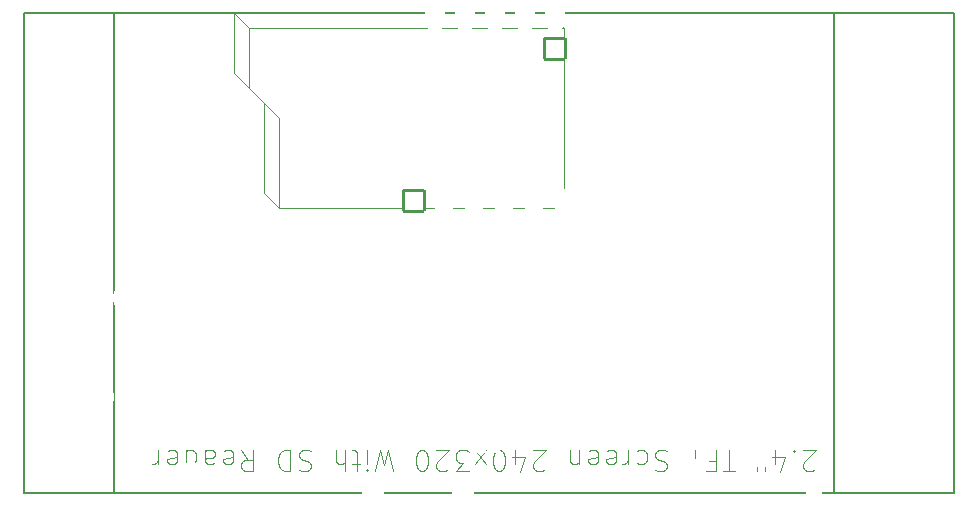
<source format=gbr>
%TF.GenerationSoftware,KiCad,Pcbnew,8.0.3*%
%TF.CreationDate,2024-06-28T12:40:16-06:00*%
%TF.ProjectId,Subsystem SPI Breakout v2,53756273-7973-4746-956d-205350492042,rev?*%
%TF.SameCoordinates,Original*%
%TF.FileFunction,Legend,Bot*%
%TF.FilePolarity,Positive*%
%FSLAX46Y46*%
G04 Gerber Fmt 4.6, Leading zero omitted, Abs format (unit mm)*
G04 Created by KiCad (PCBNEW 8.0.3) date 2024-06-28 12:40:16*
%MOMM*%
%LPD*%
G01*
G04 APERTURE LIST*
G04 Aperture macros list*
%AMRoundRect*
0 Rectangle with rounded corners*
0 $1 Rounding radius*
0 $2 $3 $4 $5 $6 $7 $8 $9 X,Y pos of 4 corners*
0 Add a 4 corners polygon primitive as box body*
4,1,4,$2,$3,$4,$5,$6,$7,$8,$9,$2,$3,0*
0 Add four circle primitives for the rounded corners*
1,1,$1+$1,$2,$3*
1,1,$1+$1,$4,$5*
1,1,$1+$1,$6,$7*
1,1,$1+$1,$8,$9*
0 Add four rect primitives between the rounded corners*
20,1,$1+$1,$2,$3,$4,$5,0*
20,1,$1+$1,$4,$5,$6,$7,0*
20,1,$1+$1,$6,$7,$8,$9,0*
20,1,$1+$1,$8,$9,$2,$3,0*%
G04 Aperture macros list end*
%ADD10C,0.100000*%
%ADD11C,0.200000*%
%ADD12C,2.794000*%
%ADD13C,1.524000*%
%ADD14R,1.524000X1.524000*%
%ADD15C,1.982000*%
%ADD16R,1.050000X1.500000*%
%ADD17O,1.050000X1.500000*%
%ADD18R,3.000000X3.000000*%
%ADD19C,3.000000*%
%ADD20RoundRect,0.102000X-0.889000X-0.889000X0.889000X-0.889000X0.889000X0.889000X-0.889000X0.889000X0*%
%ADD21RoundRect,0.102000X0.889000X0.889000X-0.889000X0.889000X-0.889000X-0.889000X0.889000X-0.889000X0*%
G04 APERTURE END LIST*
D10*
X171095544Y-92621459D02*
X171010877Y-92706125D01*
X171010877Y-92706125D02*
X170841544Y-92790792D01*
X170841544Y-92790792D02*
X170418211Y-92790792D01*
X170418211Y-92790792D02*
X170248877Y-92706125D01*
X170248877Y-92706125D02*
X170164211Y-92621459D01*
X170164211Y-92621459D02*
X170079544Y-92452125D01*
X170079544Y-92452125D02*
X170079544Y-92282792D01*
X170079544Y-92282792D02*
X170164211Y-92028792D01*
X170164211Y-92028792D02*
X171180211Y-91012792D01*
X171180211Y-91012792D02*
X170079544Y-91012792D01*
X169317544Y-91182125D02*
X169232878Y-91097459D01*
X169232878Y-91097459D02*
X169317544Y-91012792D01*
X169317544Y-91012792D02*
X169402211Y-91097459D01*
X169402211Y-91097459D02*
X169317544Y-91182125D01*
X169317544Y-91182125D02*
X169317544Y-91012792D01*
X167708877Y-92198125D02*
X167708877Y-91012792D01*
X168132211Y-92875459D02*
X168555544Y-91605459D01*
X168555544Y-91605459D02*
X167454877Y-91605459D01*
X166862211Y-92790792D02*
X166862211Y-92452125D01*
X166184878Y-92790792D02*
X166184878Y-92452125D01*
X164322210Y-92790792D02*
X163306210Y-92790792D01*
X163814210Y-91012792D02*
X163814210Y-92790792D01*
X162120877Y-91944125D02*
X162713543Y-91944125D01*
X162713543Y-91012792D02*
X162713543Y-92790792D01*
X162713543Y-92790792D02*
X161866877Y-92790792D01*
X161443543Y-92790792D02*
X160427543Y-92790792D01*
X160935543Y-91012792D02*
X160935543Y-92790792D01*
X158564876Y-91097459D02*
X158310876Y-91012792D01*
X158310876Y-91012792D02*
X157887543Y-91012792D01*
X157887543Y-91012792D02*
X157718209Y-91097459D01*
X157718209Y-91097459D02*
X157633543Y-91182125D01*
X157633543Y-91182125D02*
X157548876Y-91351459D01*
X157548876Y-91351459D02*
X157548876Y-91520792D01*
X157548876Y-91520792D02*
X157633543Y-91690125D01*
X157633543Y-91690125D02*
X157718209Y-91774792D01*
X157718209Y-91774792D02*
X157887543Y-91859459D01*
X157887543Y-91859459D02*
X158226209Y-91944125D01*
X158226209Y-91944125D02*
X158395543Y-92028792D01*
X158395543Y-92028792D02*
X158480209Y-92113459D01*
X158480209Y-92113459D02*
X158564876Y-92282792D01*
X158564876Y-92282792D02*
X158564876Y-92452125D01*
X158564876Y-92452125D02*
X158480209Y-92621459D01*
X158480209Y-92621459D02*
X158395543Y-92706125D01*
X158395543Y-92706125D02*
X158226209Y-92790792D01*
X158226209Y-92790792D02*
X157802876Y-92790792D01*
X157802876Y-92790792D02*
X157548876Y-92706125D01*
X156024876Y-91097459D02*
X156194210Y-91012792D01*
X156194210Y-91012792D02*
X156532876Y-91012792D01*
X156532876Y-91012792D02*
X156702210Y-91097459D01*
X156702210Y-91097459D02*
X156786876Y-91182125D01*
X156786876Y-91182125D02*
X156871543Y-91351459D01*
X156871543Y-91351459D02*
X156871543Y-91859459D01*
X156871543Y-91859459D02*
X156786876Y-92028792D01*
X156786876Y-92028792D02*
X156702210Y-92113459D01*
X156702210Y-92113459D02*
X156532876Y-92198125D01*
X156532876Y-92198125D02*
X156194210Y-92198125D01*
X156194210Y-92198125D02*
X156024876Y-92113459D01*
X155262876Y-91012792D02*
X155262876Y-92198125D01*
X155262876Y-91859459D02*
X155178210Y-92028792D01*
X155178210Y-92028792D02*
X155093543Y-92113459D01*
X155093543Y-92113459D02*
X154924210Y-92198125D01*
X154924210Y-92198125D02*
X154754876Y-92198125D01*
X153484876Y-91097459D02*
X153654209Y-91012792D01*
X153654209Y-91012792D02*
X153992876Y-91012792D01*
X153992876Y-91012792D02*
X154162209Y-91097459D01*
X154162209Y-91097459D02*
X154246876Y-91266792D01*
X154246876Y-91266792D02*
X154246876Y-91944125D01*
X154246876Y-91944125D02*
X154162209Y-92113459D01*
X154162209Y-92113459D02*
X153992876Y-92198125D01*
X153992876Y-92198125D02*
X153654209Y-92198125D01*
X153654209Y-92198125D02*
X153484876Y-92113459D01*
X153484876Y-92113459D02*
X153400209Y-91944125D01*
X153400209Y-91944125D02*
X153400209Y-91774792D01*
X153400209Y-91774792D02*
X154246876Y-91605459D01*
X151960876Y-91097459D02*
X152130209Y-91012792D01*
X152130209Y-91012792D02*
X152468876Y-91012792D01*
X152468876Y-91012792D02*
X152638209Y-91097459D01*
X152638209Y-91097459D02*
X152722876Y-91266792D01*
X152722876Y-91266792D02*
X152722876Y-91944125D01*
X152722876Y-91944125D02*
X152638209Y-92113459D01*
X152638209Y-92113459D02*
X152468876Y-92198125D01*
X152468876Y-92198125D02*
X152130209Y-92198125D01*
X152130209Y-92198125D02*
X151960876Y-92113459D01*
X151960876Y-92113459D02*
X151876209Y-91944125D01*
X151876209Y-91944125D02*
X151876209Y-91774792D01*
X151876209Y-91774792D02*
X152722876Y-91605459D01*
X151114209Y-92198125D02*
X151114209Y-91012792D01*
X151114209Y-92028792D02*
X151029543Y-92113459D01*
X151029543Y-92113459D02*
X150860209Y-92198125D01*
X150860209Y-92198125D02*
X150606209Y-92198125D01*
X150606209Y-92198125D02*
X150436876Y-92113459D01*
X150436876Y-92113459D02*
X150352209Y-91944125D01*
X150352209Y-91944125D02*
X150352209Y-91012792D01*
X148235542Y-92621459D02*
X148150875Y-92706125D01*
X148150875Y-92706125D02*
X147981542Y-92790792D01*
X147981542Y-92790792D02*
X147558209Y-92790792D01*
X147558209Y-92790792D02*
X147388875Y-92706125D01*
X147388875Y-92706125D02*
X147304209Y-92621459D01*
X147304209Y-92621459D02*
X147219542Y-92452125D01*
X147219542Y-92452125D02*
X147219542Y-92282792D01*
X147219542Y-92282792D02*
X147304209Y-92028792D01*
X147304209Y-92028792D02*
X148320209Y-91012792D01*
X148320209Y-91012792D02*
X147219542Y-91012792D01*
X145695542Y-92198125D02*
X145695542Y-91012792D01*
X146118876Y-92875459D02*
X146542209Y-91605459D01*
X146542209Y-91605459D02*
X145441542Y-91605459D01*
X144425543Y-92790792D02*
X144256209Y-92790792D01*
X144256209Y-92790792D02*
X144086876Y-92706125D01*
X144086876Y-92706125D02*
X144002209Y-92621459D01*
X144002209Y-92621459D02*
X143917543Y-92452125D01*
X143917543Y-92452125D02*
X143832876Y-92113459D01*
X143832876Y-92113459D02*
X143832876Y-91690125D01*
X143832876Y-91690125D02*
X143917543Y-91351459D01*
X143917543Y-91351459D02*
X144002209Y-91182125D01*
X144002209Y-91182125D02*
X144086876Y-91097459D01*
X144086876Y-91097459D02*
X144256209Y-91012792D01*
X144256209Y-91012792D02*
X144425543Y-91012792D01*
X144425543Y-91012792D02*
X144594876Y-91097459D01*
X144594876Y-91097459D02*
X144679543Y-91182125D01*
X144679543Y-91182125D02*
X144764209Y-91351459D01*
X144764209Y-91351459D02*
X144848876Y-91690125D01*
X144848876Y-91690125D02*
X144848876Y-92113459D01*
X144848876Y-92113459D02*
X144764209Y-92452125D01*
X144764209Y-92452125D02*
X144679543Y-92621459D01*
X144679543Y-92621459D02*
X144594876Y-92706125D01*
X144594876Y-92706125D02*
X144425543Y-92790792D01*
X143240210Y-91012792D02*
X142308876Y-92198125D01*
X143240210Y-92198125D02*
X142308876Y-91012792D01*
X141800877Y-92790792D02*
X140700210Y-92790792D01*
X140700210Y-92790792D02*
X141292877Y-92113459D01*
X141292877Y-92113459D02*
X141038877Y-92113459D01*
X141038877Y-92113459D02*
X140869543Y-92028792D01*
X140869543Y-92028792D02*
X140784877Y-91944125D01*
X140784877Y-91944125D02*
X140700210Y-91774792D01*
X140700210Y-91774792D02*
X140700210Y-91351459D01*
X140700210Y-91351459D02*
X140784877Y-91182125D01*
X140784877Y-91182125D02*
X140869543Y-91097459D01*
X140869543Y-91097459D02*
X141038877Y-91012792D01*
X141038877Y-91012792D02*
X141546877Y-91012792D01*
X141546877Y-91012792D02*
X141716210Y-91097459D01*
X141716210Y-91097459D02*
X141800877Y-91182125D01*
X140022877Y-92621459D02*
X139938210Y-92706125D01*
X139938210Y-92706125D02*
X139768877Y-92790792D01*
X139768877Y-92790792D02*
X139345544Y-92790792D01*
X139345544Y-92790792D02*
X139176210Y-92706125D01*
X139176210Y-92706125D02*
X139091544Y-92621459D01*
X139091544Y-92621459D02*
X139006877Y-92452125D01*
X139006877Y-92452125D02*
X139006877Y-92282792D01*
X139006877Y-92282792D02*
X139091544Y-92028792D01*
X139091544Y-92028792D02*
X140107544Y-91012792D01*
X140107544Y-91012792D02*
X139006877Y-91012792D01*
X137906211Y-92790792D02*
X137736877Y-92790792D01*
X137736877Y-92790792D02*
X137567544Y-92706125D01*
X137567544Y-92706125D02*
X137482877Y-92621459D01*
X137482877Y-92621459D02*
X137398211Y-92452125D01*
X137398211Y-92452125D02*
X137313544Y-92113459D01*
X137313544Y-92113459D02*
X137313544Y-91690125D01*
X137313544Y-91690125D02*
X137398211Y-91351459D01*
X137398211Y-91351459D02*
X137482877Y-91182125D01*
X137482877Y-91182125D02*
X137567544Y-91097459D01*
X137567544Y-91097459D02*
X137736877Y-91012792D01*
X137736877Y-91012792D02*
X137906211Y-91012792D01*
X137906211Y-91012792D02*
X138075544Y-91097459D01*
X138075544Y-91097459D02*
X138160211Y-91182125D01*
X138160211Y-91182125D02*
X138244877Y-91351459D01*
X138244877Y-91351459D02*
X138329544Y-91690125D01*
X138329544Y-91690125D02*
X138329544Y-92113459D01*
X138329544Y-92113459D02*
X138244877Y-92452125D01*
X138244877Y-92452125D02*
X138160211Y-92621459D01*
X138160211Y-92621459D02*
X138075544Y-92706125D01*
X138075544Y-92706125D02*
X137906211Y-92790792D01*
X135366211Y-92790792D02*
X134942877Y-91012792D01*
X134942877Y-91012792D02*
X134604211Y-92282792D01*
X134604211Y-92282792D02*
X134265544Y-91012792D01*
X134265544Y-91012792D02*
X133842211Y-92790792D01*
X133164877Y-91012792D02*
X133164877Y-92198125D01*
X133164877Y-92790792D02*
X133249544Y-92706125D01*
X133249544Y-92706125D02*
X133164877Y-92621459D01*
X133164877Y-92621459D02*
X133080211Y-92706125D01*
X133080211Y-92706125D02*
X133164877Y-92790792D01*
X133164877Y-92790792D02*
X133164877Y-92621459D01*
X132572210Y-92198125D02*
X131894877Y-92198125D01*
X132318210Y-92790792D02*
X132318210Y-91266792D01*
X132318210Y-91266792D02*
X132233544Y-91097459D01*
X132233544Y-91097459D02*
X132064210Y-91012792D01*
X132064210Y-91012792D02*
X131894877Y-91012792D01*
X131302210Y-91012792D02*
X131302210Y-92790792D01*
X130540210Y-91012792D02*
X130540210Y-91944125D01*
X130540210Y-91944125D02*
X130624877Y-92113459D01*
X130624877Y-92113459D02*
X130794210Y-92198125D01*
X130794210Y-92198125D02*
X131048210Y-92198125D01*
X131048210Y-92198125D02*
X131217544Y-92113459D01*
X131217544Y-92113459D02*
X131302210Y-92028792D01*
X128423543Y-91097459D02*
X128169543Y-91012792D01*
X128169543Y-91012792D02*
X127746210Y-91012792D01*
X127746210Y-91012792D02*
X127576876Y-91097459D01*
X127576876Y-91097459D02*
X127492210Y-91182125D01*
X127492210Y-91182125D02*
X127407543Y-91351459D01*
X127407543Y-91351459D02*
X127407543Y-91520792D01*
X127407543Y-91520792D02*
X127492210Y-91690125D01*
X127492210Y-91690125D02*
X127576876Y-91774792D01*
X127576876Y-91774792D02*
X127746210Y-91859459D01*
X127746210Y-91859459D02*
X128084876Y-91944125D01*
X128084876Y-91944125D02*
X128254210Y-92028792D01*
X128254210Y-92028792D02*
X128338876Y-92113459D01*
X128338876Y-92113459D02*
X128423543Y-92282792D01*
X128423543Y-92282792D02*
X128423543Y-92452125D01*
X128423543Y-92452125D02*
X128338876Y-92621459D01*
X128338876Y-92621459D02*
X128254210Y-92706125D01*
X128254210Y-92706125D02*
X128084876Y-92790792D01*
X128084876Y-92790792D02*
X127661543Y-92790792D01*
X127661543Y-92790792D02*
X127407543Y-92706125D01*
X126645543Y-91012792D02*
X126645543Y-92790792D01*
X126645543Y-92790792D02*
X126222210Y-92790792D01*
X126222210Y-92790792D02*
X125968210Y-92706125D01*
X125968210Y-92706125D02*
X125798877Y-92536792D01*
X125798877Y-92536792D02*
X125714210Y-92367459D01*
X125714210Y-92367459D02*
X125629543Y-92028792D01*
X125629543Y-92028792D02*
X125629543Y-91774792D01*
X125629543Y-91774792D02*
X125714210Y-91436125D01*
X125714210Y-91436125D02*
X125798877Y-91266792D01*
X125798877Y-91266792D02*
X125968210Y-91097459D01*
X125968210Y-91097459D02*
X126222210Y-91012792D01*
X126222210Y-91012792D02*
X126645543Y-91012792D01*
X122496876Y-91012792D02*
X123089543Y-91859459D01*
X123512876Y-91012792D02*
X123512876Y-92790792D01*
X123512876Y-92790792D02*
X122835543Y-92790792D01*
X122835543Y-92790792D02*
X122666210Y-92706125D01*
X122666210Y-92706125D02*
X122581543Y-92621459D01*
X122581543Y-92621459D02*
X122496876Y-92452125D01*
X122496876Y-92452125D02*
X122496876Y-92198125D01*
X122496876Y-92198125D02*
X122581543Y-92028792D01*
X122581543Y-92028792D02*
X122666210Y-91944125D01*
X122666210Y-91944125D02*
X122835543Y-91859459D01*
X122835543Y-91859459D02*
X123512876Y-91859459D01*
X121057543Y-91097459D02*
X121226876Y-91012792D01*
X121226876Y-91012792D02*
X121565543Y-91012792D01*
X121565543Y-91012792D02*
X121734876Y-91097459D01*
X121734876Y-91097459D02*
X121819543Y-91266792D01*
X121819543Y-91266792D02*
X121819543Y-91944125D01*
X121819543Y-91944125D02*
X121734876Y-92113459D01*
X121734876Y-92113459D02*
X121565543Y-92198125D01*
X121565543Y-92198125D02*
X121226876Y-92198125D01*
X121226876Y-92198125D02*
X121057543Y-92113459D01*
X121057543Y-92113459D02*
X120972876Y-91944125D01*
X120972876Y-91944125D02*
X120972876Y-91774792D01*
X120972876Y-91774792D02*
X121819543Y-91605459D01*
X119448876Y-91012792D02*
X119448876Y-91944125D01*
X119448876Y-91944125D02*
X119533543Y-92113459D01*
X119533543Y-92113459D02*
X119702876Y-92198125D01*
X119702876Y-92198125D02*
X120041543Y-92198125D01*
X120041543Y-92198125D02*
X120210876Y-92113459D01*
X119448876Y-91097459D02*
X119618210Y-91012792D01*
X119618210Y-91012792D02*
X120041543Y-91012792D01*
X120041543Y-91012792D02*
X120210876Y-91097459D01*
X120210876Y-91097459D02*
X120295543Y-91266792D01*
X120295543Y-91266792D02*
X120295543Y-91436125D01*
X120295543Y-91436125D02*
X120210876Y-91605459D01*
X120210876Y-91605459D02*
X120041543Y-91690125D01*
X120041543Y-91690125D02*
X119618210Y-91690125D01*
X119618210Y-91690125D02*
X119448876Y-91774792D01*
X117840209Y-91012792D02*
X117840209Y-92790792D01*
X117840209Y-91097459D02*
X118009543Y-91012792D01*
X118009543Y-91012792D02*
X118348209Y-91012792D01*
X118348209Y-91012792D02*
X118517543Y-91097459D01*
X118517543Y-91097459D02*
X118602209Y-91182125D01*
X118602209Y-91182125D02*
X118686876Y-91351459D01*
X118686876Y-91351459D02*
X118686876Y-91859459D01*
X118686876Y-91859459D02*
X118602209Y-92028792D01*
X118602209Y-92028792D02*
X118517543Y-92113459D01*
X118517543Y-92113459D02*
X118348209Y-92198125D01*
X118348209Y-92198125D02*
X118009543Y-92198125D01*
X118009543Y-92198125D02*
X117840209Y-92113459D01*
X116316209Y-91097459D02*
X116485542Y-91012792D01*
X116485542Y-91012792D02*
X116824209Y-91012792D01*
X116824209Y-91012792D02*
X116993542Y-91097459D01*
X116993542Y-91097459D02*
X117078209Y-91266792D01*
X117078209Y-91266792D02*
X117078209Y-91944125D01*
X117078209Y-91944125D02*
X116993542Y-92113459D01*
X116993542Y-92113459D02*
X116824209Y-92198125D01*
X116824209Y-92198125D02*
X116485542Y-92198125D01*
X116485542Y-92198125D02*
X116316209Y-92113459D01*
X116316209Y-92113459D02*
X116231542Y-91944125D01*
X116231542Y-91944125D02*
X116231542Y-91774792D01*
X116231542Y-91774792D02*
X117078209Y-91605459D01*
X115469542Y-91012792D02*
X115469542Y-92198125D01*
X115469542Y-91859459D02*
X115384876Y-92028792D01*
X115384876Y-92028792D02*
X115300209Y-92113459D01*
X115300209Y-92113459D02*
X115130876Y-92198125D01*
X115130876Y-92198125D02*
X114961542Y-92198125D01*
%TO.C,U2*%
X149910000Y-70470000D02*
X149910000Y-55230000D01*
X149910000Y-55230000D02*
X148640000Y-53960000D01*
X125780000Y-70470000D02*
X149910000Y-70470000D01*
X125780000Y-70470000D02*
X125780000Y-62850000D01*
X125780000Y-70470000D02*
X124510000Y-69200000D01*
X125780000Y-62850000D02*
X123240000Y-60310000D01*
X124510000Y-69200000D02*
X124510000Y-61580000D01*
X123240000Y-60310000D02*
X121970000Y-59040000D01*
X123240000Y-55230000D02*
X149910000Y-55230000D01*
X123240000Y-55230000D02*
X123240000Y-60310000D01*
X121970000Y-59040000D02*
X121970000Y-53960000D01*
X121970000Y-53960000D02*
X123240000Y-55230000D01*
D11*
X182930000Y-94600000D02*
X104190000Y-94600000D01*
X104190000Y-53960000D01*
X182930000Y-53960000D01*
X182930000Y-94600000D01*
X172770000Y-94600000D02*
X111810000Y-94600000D01*
X111810000Y-53960000D01*
X172770000Y-53960000D01*
X172770000Y-94600000D01*
%TD*%
%LPC*%
D12*
%TO.C,U2*%
X175310000Y-92060000D03*
X175310000Y-56500000D03*
X108000000Y-92060000D03*
X108000000Y-56500000D03*
D13*
X180390000Y-62850000D03*
X180390000Y-67930000D03*
X180390000Y-60310000D03*
X180390000Y-75550000D03*
X180390000Y-65390000D03*
X180390000Y-73010000D03*
X180390000Y-70470000D03*
X180390000Y-78090000D03*
D14*
X106730000Y-70470000D03*
D13*
X106730000Y-75550000D03*
X106730000Y-73010000D03*
X106730000Y-78090000D03*
X180390000Y-80630000D03*
X180390000Y-83170000D03*
X180390000Y-85710000D03*
X180390000Y-88250000D03*
X180390000Y-90790000D03*
D14*
X180390000Y-57770000D03*
%TD*%
D15*
%TO.C,R1*%
X167310000Y-64085000D03*
X159690000Y-64085000D03*
%TD*%
D16*
%TO.C,PNP*%
X169230000Y-72500000D03*
D17*
X170500000Y-72500000D03*
X171770000Y-72500000D03*
%TD*%
D16*
%TO.C,NPN*%
X142730000Y-90500000D03*
D17*
X144000000Y-90500000D03*
X145270000Y-90500000D03*
%TD*%
D18*
%TO.C,LS1*%
X123920000Y-97500000D03*
D19*
X129000000Y-97500000D03*
%TD*%
D15*
%TO.C,R7*%
X141310000Y-95000000D03*
X133690000Y-95000000D03*
%TD*%
%TO.C,R2*%
X116690000Y-86500000D03*
X124310000Y-86500000D03*
%TD*%
%TO.C,R5*%
X110690000Y-93000000D03*
X118310000Y-93000000D03*
%TD*%
%TO.C,R9*%
X152190000Y-89000000D03*
X159810000Y-89000000D03*
%TD*%
%TO.C,LogicConverter1*%
X144770000Y-69920000D03*
X144770000Y-80080000D03*
X142230000Y-69920000D03*
D20*
X137150000Y-69920000D03*
D15*
X139690000Y-69920000D03*
X147310000Y-69920000D03*
X149850000Y-69920000D03*
X142230000Y-80080000D03*
X137150000Y-80080000D03*
X139690000Y-80080000D03*
X147310000Y-80080000D03*
X149850000Y-80080000D03*
%TD*%
%TO.C,R6*%
X170310000Y-78500000D03*
X162690000Y-78500000D03*
%TD*%
D16*
%TO.C,NPN*%
X171770000Y-64140000D03*
D17*
X170500000Y-64140000D03*
X169230000Y-64140000D03*
%TD*%
D15*
%TO.C,R4*%
X167310000Y-72500000D03*
X159690000Y-72500000D03*
%TD*%
%TO.C,R8*%
X149190000Y-98000000D03*
X156810000Y-98000000D03*
%TD*%
D21*
%TO.C,1*%
X149080000Y-57000000D03*
D15*
X146540000Y-57000000D03*
X144000000Y-57000000D03*
X138920000Y-54460000D03*
X138920000Y-57000000D03*
X141460000Y-57000000D03*
X141460000Y-54460000D03*
X149080000Y-54460000D03*
X144000000Y-54460000D03*
X146540000Y-54460000D03*
%TD*%
D16*
%TO.C,NPN*%
X108730000Y-86500000D03*
D17*
X110000000Y-86500000D03*
X111270000Y-86500000D03*
%TD*%
D13*
%TO.C,U3*%
X160840000Y-92460000D03*
X171000000Y-89920000D03*
X171000000Y-95000000D03*
%TD*%
D15*
%TO.C,R3*%
X117190000Y-78000000D03*
X124810000Y-78000000D03*
%TD*%
D16*
%TO.C,PNP*%
X113500000Y-78140000D03*
D17*
X112230000Y-78140000D03*
X110960000Y-78140000D03*
%TD*%
%LPD*%
M02*

</source>
